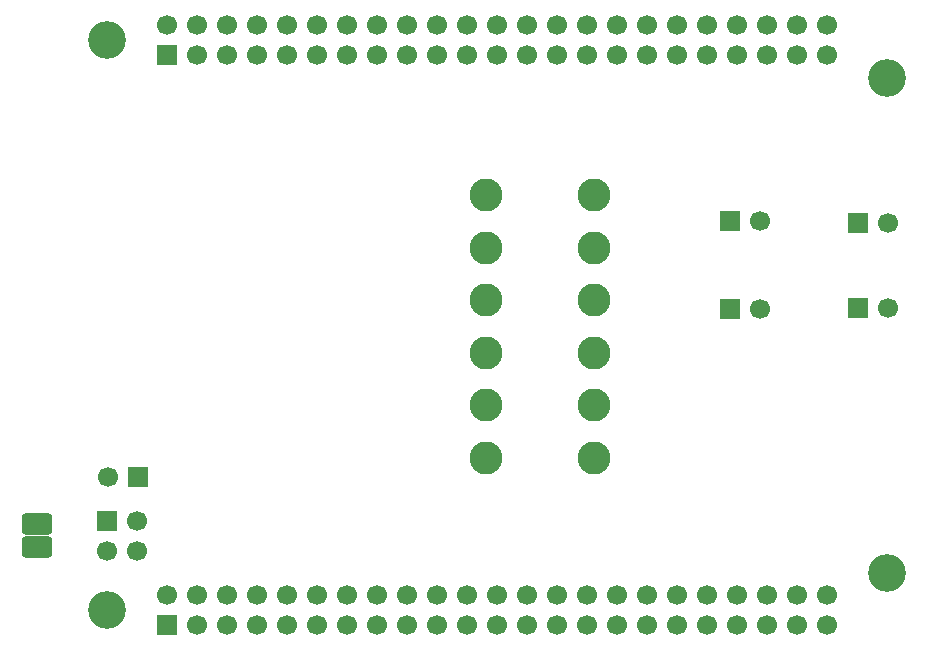
<source format=gbr>
%TF.GenerationSoftware,KiCad,Pcbnew,9.0.4*%
%TF.CreationDate,2026-02-21T19:48:22-06:00*%
%TF.ProjectId,beaglebone_can_cape,62656167-6c65-4626-9f6e-655f63616e5f,rev?*%
%TF.SameCoordinates,PX5f5e100PY5f5e100*%
%TF.FileFunction,Soldermask,Bot*%
%TF.FilePolarity,Negative*%
%FSLAX46Y46*%
G04 Gerber Fmt 4.6, Leading zero omitted, Abs format (unit mm)*
G04 Created by KiCad (PCBNEW 9.0.4) date 2026-02-21 19:48:22*
%MOMM*%
%LPD*%
G01*
G04 APERTURE LIST*
G04 Aperture macros list*
%AMRoundRect*
0 Rectangle with rounded corners*
0 $1 Rounding radius*
0 $2 $3 $4 $5 $6 $7 $8 $9 X,Y pos of 4 corners*
0 Add a 4 corners polygon primitive as box body*
4,1,4,$2,$3,$4,$5,$6,$7,$8,$9,$2,$3,0*
0 Add four circle primitives for the rounded corners*
1,1,$1+$1,$2,$3*
1,1,$1+$1,$4,$5*
1,1,$1+$1,$6,$7*
1,1,$1+$1,$8,$9*
0 Add four rect primitives between the rounded corners*
20,1,$1+$1,$2,$3,$4,$5,0*
20,1,$1+$1,$4,$5,$6,$7,0*
20,1,$1+$1,$6,$7,$8,$9,0*
20,1,$1+$1,$8,$9,$2,$3,0*%
G04 Aperture macros list end*
%ADD10R,1.700000X1.700000*%
%ADD11C,1.700000*%
%ADD12C,2.794000*%
%ADD13C,3.200000*%
%ADD14RoundRect,0.270000X1.000000X0.630000X-1.000000X0.630000X-1.000000X-0.630000X1.000000X-0.630000X0*%
G04 APERTURE END LIST*
D10*
%TO.C,P8*%
X19685000Y50165000D03*
D11*
X19685000Y52705000D03*
X22225000Y50165000D03*
X22225000Y52705000D03*
X24765000Y50165000D03*
X24765000Y52705000D03*
X27305000Y50165000D03*
X27305000Y52705000D03*
X29845000Y50165000D03*
X29845000Y52705000D03*
X32385000Y50165000D03*
X32385000Y52705000D03*
X34925000Y50165000D03*
X34925000Y52705000D03*
X37465000Y50165000D03*
X37465000Y52705000D03*
X40005000Y50165000D03*
X40005000Y52705000D03*
X42545000Y50165000D03*
X42545000Y52705000D03*
X45085000Y50165000D03*
X45085000Y52705000D03*
X47625000Y50165000D03*
X47625000Y52705000D03*
X50165000Y50165000D03*
X50165000Y52705000D03*
X52705000Y50165000D03*
X52705000Y52705000D03*
X55245000Y50165000D03*
X55245000Y52705000D03*
X57785000Y50165000D03*
X57785000Y52705000D03*
X60325000Y50165000D03*
X60325000Y52705000D03*
X62865000Y50165000D03*
X62865000Y52705000D03*
X65405000Y50165000D03*
X65405000Y52705000D03*
X67945000Y50165000D03*
X67945000Y52705000D03*
X70485000Y50165000D03*
X70485000Y52705000D03*
X73025000Y50165000D03*
X73025000Y52705000D03*
X75565000Y50165000D03*
X75565000Y52705000D03*
%TD*%
D10*
%TO.C,P9*%
X19685000Y1905000D03*
D11*
X19685000Y4445000D03*
X22225000Y1905000D03*
X22225000Y4445000D03*
X24765000Y1905000D03*
X24765000Y4445000D03*
X27305000Y1905000D03*
X27305000Y4445000D03*
X29845000Y1905000D03*
X29845000Y4445000D03*
X32385000Y1905000D03*
X32385000Y4445000D03*
X34925000Y1905000D03*
X34925000Y4445000D03*
X37465000Y1905000D03*
X37465000Y4445000D03*
X40005000Y1905000D03*
X40005000Y4445000D03*
X42545000Y1905000D03*
X42545000Y4445000D03*
X45085000Y1905000D03*
X45085000Y4445000D03*
X47625000Y1905000D03*
X47625000Y4445000D03*
X50165000Y1905000D03*
X50165000Y4445000D03*
X52705000Y1905000D03*
X52705000Y4445000D03*
X55245000Y1905000D03*
X55245000Y4445000D03*
X57785000Y1905000D03*
X57785000Y4445000D03*
X60325000Y1905000D03*
X60325000Y4445000D03*
X62865000Y1905000D03*
X62865000Y4445000D03*
X65405000Y1905000D03*
X65405000Y4445000D03*
X67945000Y1905000D03*
X67945000Y4445000D03*
X70485000Y1905000D03*
X70485000Y4445000D03*
X73025000Y1905000D03*
X73025000Y4445000D03*
X75565000Y1905000D03*
X75565000Y4445000D03*
%TD*%
D10*
%TO.C,JP2*%
X78170000Y28750000D03*
D11*
X80710000Y28750000D03*
%TD*%
D12*
%TO.C,J3*%
X46620000Y16105000D03*
X46620000Y20550000D03*
X46620000Y24995000D03*
X46620000Y29440000D03*
X46620000Y33885000D03*
X46620000Y38330000D03*
X55764000Y38330000D03*
X55764000Y33885000D03*
X55764000Y29440000D03*
X55764000Y24995000D03*
X55764000Y20550000D03*
X55764000Y16105000D03*
%TD*%
D13*
%TO.C,MH3*%
X80645000Y48260000D03*
%TD*%
D10*
%TO.C,JP3*%
X17160002Y14490000D03*
D11*
X14620002Y14490000D03*
%TD*%
D10*
%TO.C,J1*%
X67340000Y36175002D03*
D11*
X69880000Y36175002D03*
%TD*%
D13*
%TO.C,MH4*%
X80645000Y6350000D03*
%TD*%
D10*
%TO.C,J2*%
X78185000Y36000000D03*
D11*
X80725000Y36000000D03*
%TD*%
D13*
%TO.C,MH1*%
X14605000Y51435000D03*
%TD*%
D14*
%TO.C,J5*%
X8650000Y8530000D03*
X8650000Y10530000D03*
%TD*%
D10*
%TO.C,JP1*%
X67340000Y28675002D03*
D11*
X69880000Y28675002D03*
%TD*%
D13*
%TO.C,MH2*%
X14605000Y3175000D03*
%TD*%
D10*
%TO.C,J4*%
X14605000Y10715000D03*
D11*
X14605000Y8175000D03*
X17145000Y10715000D03*
X17145000Y8175000D03*
%TD*%
M02*

</source>
